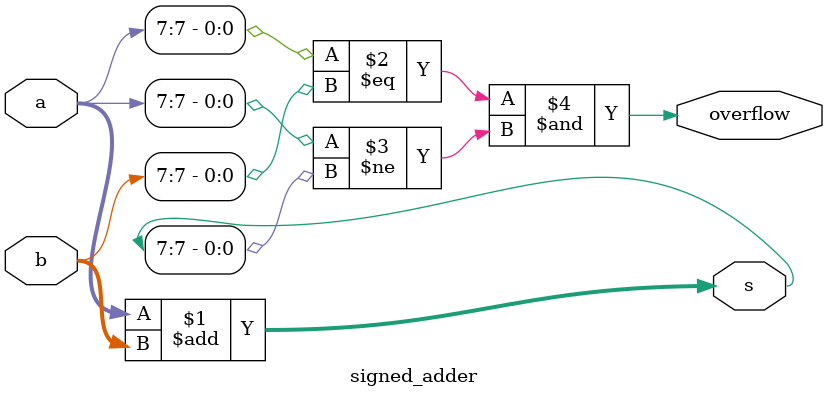
<source format=v>

module signed_adder(input [7:0] a,
    input [7:0] b,
    output [7:0] s,
    output overflow
); 

// The numbers a and b are added to the output s. 
// assign the occurence of the signed overflow of a and b to the output overflow.
// a signed overflow occurs if the most significant bits of a and b are low and the most significant bit of s is high
// a signed overflow may also occur if the most significant bits of a and b are high and the most significant bit of s is low

	assign s = (a + b);
	assign overflow = (a[7] == b[7]) & (a[7] != s[7]);
	


endmodule

</source>
